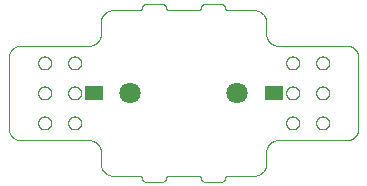
<source format=gtp>
G75*
%MOIN*%
%OFA0B0*%
%FSLAX25Y25*%
%IPPOS*%
%LPD*%
%AMOC8*
5,1,8,0,0,1.08239X$1,22.5*
%
%ADD10C,0.00000*%
%ADD11C,0.07087*%
%ADD12R,0.05906X0.04724*%
D10*
X0045791Y0032012D02*
X0045915Y0032010D01*
X0046038Y0032004D01*
X0046162Y0031995D01*
X0046284Y0031981D01*
X0046407Y0031964D01*
X0046529Y0031942D01*
X0046650Y0031917D01*
X0046770Y0031888D01*
X0046889Y0031856D01*
X0047008Y0031819D01*
X0047125Y0031779D01*
X0047240Y0031736D01*
X0047355Y0031688D01*
X0047467Y0031637D01*
X0047578Y0031583D01*
X0047688Y0031525D01*
X0047795Y0031464D01*
X0047901Y0031399D01*
X0048004Y0031331D01*
X0048105Y0031260D01*
X0048204Y0031186D01*
X0048301Y0031109D01*
X0048395Y0031028D01*
X0048486Y0030945D01*
X0048575Y0030859D01*
X0048661Y0030770D01*
X0048744Y0030679D01*
X0048825Y0030585D01*
X0048902Y0030488D01*
X0048976Y0030389D01*
X0049047Y0030288D01*
X0049115Y0030185D01*
X0049180Y0030079D01*
X0049241Y0029972D01*
X0049299Y0029862D01*
X0049353Y0029751D01*
X0049404Y0029639D01*
X0049452Y0029524D01*
X0049495Y0029409D01*
X0049535Y0029292D01*
X0049572Y0029173D01*
X0049604Y0029054D01*
X0049633Y0028934D01*
X0049658Y0028813D01*
X0049680Y0028691D01*
X0049697Y0028568D01*
X0049711Y0028446D01*
X0049720Y0028322D01*
X0049726Y0028199D01*
X0049728Y0028075D01*
X0049728Y0024138D01*
X0049730Y0024014D01*
X0049736Y0023891D01*
X0049745Y0023767D01*
X0049759Y0023645D01*
X0049776Y0023522D01*
X0049798Y0023400D01*
X0049823Y0023279D01*
X0049852Y0023159D01*
X0049884Y0023040D01*
X0049921Y0022921D01*
X0049961Y0022804D01*
X0050004Y0022689D01*
X0050052Y0022574D01*
X0050103Y0022462D01*
X0050157Y0022351D01*
X0050215Y0022241D01*
X0050276Y0022134D01*
X0050341Y0022028D01*
X0050409Y0021925D01*
X0050480Y0021824D01*
X0050554Y0021725D01*
X0050631Y0021628D01*
X0050712Y0021534D01*
X0050795Y0021443D01*
X0050881Y0021354D01*
X0050970Y0021268D01*
X0051061Y0021185D01*
X0051155Y0021104D01*
X0051252Y0021027D01*
X0051351Y0020953D01*
X0051452Y0020882D01*
X0051555Y0020814D01*
X0051661Y0020749D01*
X0051768Y0020688D01*
X0051878Y0020630D01*
X0051989Y0020576D01*
X0052101Y0020525D01*
X0052216Y0020477D01*
X0052331Y0020434D01*
X0052448Y0020394D01*
X0052567Y0020357D01*
X0052686Y0020325D01*
X0052806Y0020296D01*
X0052927Y0020271D01*
X0053049Y0020249D01*
X0053172Y0020232D01*
X0053294Y0020218D01*
X0053418Y0020209D01*
X0053541Y0020203D01*
X0053665Y0020201D01*
X0062524Y0020201D01*
X0062586Y0020199D01*
X0062647Y0020193D01*
X0062708Y0020184D01*
X0062769Y0020170D01*
X0062828Y0020153D01*
X0062886Y0020132D01*
X0062943Y0020107D01*
X0062998Y0020079D01*
X0063051Y0020048D01*
X0063102Y0020013D01*
X0063151Y0019975D01*
X0063198Y0019934D01*
X0063241Y0019891D01*
X0063282Y0019844D01*
X0063320Y0019795D01*
X0063355Y0019744D01*
X0063386Y0019691D01*
X0063414Y0019636D01*
X0063439Y0019579D01*
X0063460Y0019521D01*
X0063477Y0019462D01*
X0063491Y0019401D01*
X0063500Y0019340D01*
X0063506Y0019279D01*
X0063508Y0019217D01*
X0063510Y0019155D01*
X0063516Y0019094D01*
X0063525Y0019033D01*
X0063539Y0018972D01*
X0063556Y0018913D01*
X0063577Y0018855D01*
X0063602Y0018798D01*
X0063630Y0018743D01*
X0063661Y0018690D01*
X0063696Y0018639D01*
X0063734Y0018590D01*
X0063775Y0018543D01*
X0063818Y0018500D01*
X0063865Y0018459D01*
X0063914Y0018421D01*
X0063965Y0018386D01*
X0064018Y0018355D01*
X0064073Y0018327D01*
X0064130Y0018302D01*
X0064188Y0018281D01*
X0064247Y0018264D01*
X0064308Y0018250D01*
X0064369Y0018241D01*
X0064430Y0018235D01*
X0064492Y0018233D01*
X0064492Y0018232D02*
X0070398Y0018232D01*
X0070398Y0018233D02*
X0070460Y0018235D01*
X0070521Y0018241D01*
X0070582Y0018250D01*
X0070643Y0018264D01*
X0070702Y0018281D01*
X0070760Y0018302D01*
X0070817Y0018327D01*
X0070872Y0018355D01*
X0070925Y0018386D01*
X0070976Y0018421D01*
X0071025Y0018459D01*
X0071072Y0018500D01*
X0071115Y0018543D01*
X0071156Y0018590D01*
X0071194Y0018639D01*
X0071229Y0018690D01*
X0071260Y0018743D01*
X0071288Y0018798D01*
X0071313Y0018855D01*
X0071334Y0018913D01*
X0071351Y0018972D01*
X0071365Y0019033D01*
X0071374Y0019094D01*
X0071380Y0019155D01*
X0071382Y0019217D01*
X0071384Y0019279D01*
X0071390Y0019340D01*
X0071399Y0019401D01*
X0071413Y0019462D01*
X0071430Y0019521D01*
X0071451Y0019579D01*
X0071476Y0019636D01*
X0071504Y0019691D01*
X0071535Y0019744D01*
X0071570Y0019795D01*
X0071608Y0019844D01*
X0071649Y0019891D01*
X0071692Y0019934D01*
X0071739Y0019975D01*
X0071788Y0020013D01*
X0071839Y0020048D01*
X0071892Y0020079D01*
X0071947Y0020107D01*
X0072004Y0020132D01*
X0072062Y0020153D01*
X0072121Y0020170D01*
X0072182Y0020184D01*
X0072243Y0020193D01*
X0072304Y0020199D01*
X0072366Y0020201D01*
X0082209Y0020201D01*
X0082271Y0020199D01*
X0082332Y0020193D01*
X0082393Y0020184D01*
X0082454Y0020170D01*
X0082513Y0020153D01*
X0082571Y0020132D01*
X0082628Y0020107D01*
X0082683Y0020079D01*
X0082736Y0020048D01*
X0082787Y0020013D01*
X0082836Y0019975D01*
X0082883Y0019934D01*
X0082926Y0019891D01*
X0082967Y0019844D01*
X0083005Y0019795D01*
X0083040Y0019744D01*
X0083071Y0019691D01*
X0083099Y0019636D01*
X0083124Y0019579D01*
X0083145Y0019521D01*
X0083162Y0019462D01*
X0083176Y0019401D01*
X0083185Y0019340D01*
X0083191Y0019279D01*
X0083193Y0019217D01*
X0083195Y0019155D01*
X0083201Y0019094D01*
X0083210Y0019033D01*
X0083224Y0018972D01*
X0083241Y0018913D01*
X0083262Y0018855D01*
X0083287Y0018798D01*
X0083315Y0018743D01*
X0083346Y0018690D01*
X0083381Y0018639D01*
X0083419Y0018590D01*
X0083460Y0018543D01*
X0083503Y0018500D01*
X0083550Y0018459D01*
X0083599Y0018421D01*
X0083650Y0018386D01*
X0083703Y0018355D01*
X0083758Y0018327D01*
X0083815Y0018302D01*
X0083873Y0018281D01*
X0083932Y0018264D01*
X0083993Y0018250D01*
X0084054Y0018241D01*
X0084115Y0018235D01*
X0084177Y0018233D01*
X0084177Y0018232D02*
X0090083Y0018232D01*
X0090083Y0018233D02*
X0090145Y0018235D01*
X0090206Y0018241D01*
X0090267Y0018250D01*
X0090328Y0018264D01*
X0090387Y0018281D01*
X0090445Y0018302D01*
X0090502Y0018327D01*
X0090557Y0018355D01*
X0090610Y0018386D01*
X0090661Y0018421D01*
X0090710Y0018459D01*
X0090757Y0018500D01*
X0090800Y0018543D01*
X0090841Y0018590D01*
X0090879Y0018639D01*
X0090914Y0018690D01*
X0090945Y0018743D01*
X0090973Y0018798D01*
X0090998Y0018855D01*
X0091019Y0018913D01*
X0091036Y0018972D01*
X0091050Y0019033D01*
X0091059Y0019094D01*
X0091065Y0019155D01*
X0091067Y0019217D01*
X0091069Y0019279D01*
X0091075Y0019340D01*
X0091084Y0019401D01*
X0091098Y0019462D01*
X0091115Y0019521D01*
X0091136Y0019579D01*
X0091161Y0019636D01*
X0091189Y0019691D01*
X0091220Y0019744D01*
X0091255Y0019795D01*
X0091293Y0019844D01*
X0091334Y0019891D01*
X0091377Y0019934D01*
X0091424Y0019975D01*
X0091473Y0020013D01*
X0091524Y0020048D01*
X0091577Y0020079D01*
X0091632Y0020107D01*
X0091689Y0020132D01*
X0091747Y0020153D01*
X0091806Y0020170D01*
X0091867Y0020184D01*
X0091928Y0020193D01*
X0091989Y0020199D01*
X0092051Y0020201D01*
X0100909Y0020201D01*
X0101033Y0020203D01*
X0101156Y0020209D01*
X0101280Y0020218D01*
X0101402Y0020232D01*
X0101525Y0020249D01*
X0101647Y0020271D01*
X0101768Y0020296D01*
X0101888Y0020325D01*
X0102007Y0020357D01*
X0102126Y0020394D01*
X0102243Y0020434D01*
X0102358Y0020477D01*
X0102473Y0020525D01*
X0102585Y0020576D01*
X0102696Y0020630D01*
X0102806Y0020688D01*
X0102913Y0020749D01*
X0103019Y0020814D01*
X0103122Y0020882D01*
X0103223Y0020953D01*
X0103322Y0021027D01*
X0103419Y0021104D01*
X0103513Y0021185D01*
X0103604Y0021268D01*
X0103693Y0021354D01*
X0103779Y0021443D01*
X0103862Y0021534D01*
X0103943Y0021628D01*
X0104020Y0021725D01*
X0104094Y0021824D01*
X0104165Y0021925D01*
X0104233Y0022028D01*
X0104298Y0022134D01*
X0104359Y0022241D01*
X0104417Y0022351D01*
X0104471Y0022462D01*
X0104522Y0022574D01*
X0104570Y0022689D01*
X0104613Y0022804D01*
X0104653Y0022921D01*
X0104690Y0023040D01*
X0104722Y0023159D01*
X0104751Y0023279D01*
X0104776Y0023400D01*
X0104798Y0023522D01*
X0104815Y0023645D01*
X0104829Y0023767D01*
X0104838Y0023891D01*
X0104844Y0024014D01*
X0104846Y0024138D01*
X0104846Y0028075D01*
X0104848Y0028199D01*
X0104854Y0028322D01*
X0104863Y0028446D01*
X0104877Y0028568D01*
X0104894Y0028691D01*
X0104916Y0028813D01*
X0104941Y0028934D01*
X0104970Y0029054D01*
X0105002Y0029173D01*
X0105039Y0029292D01*
X0105079Y0029409D01*
X0105122Y0029524D01*
X0105170Y0029639D01*
X0105221Y0029751D01*
X0105275Y0029862D01*
X0105333Y0029972D01*
X0105394Y0030079D01*
X0105459Y0030185D01*
X0105527Y0030288D01*
X0105598Y0030389D01*
X0105672Y0030488D01*
X0105749Y0030585D01*
X0105830Y0030679D01*
X0105913Y0030770D01*
X0105999Y0030859D01*
X0106088Y0030945D01*
X0106179Y0031028D01*
X0106273Y0031109D01*
X0106370Y0031186D01*
X0106469Y0031260D01*
X0106570Y0031331D01*
X0106673Y0031399D01*
X0106779Y0031464D01*
X0106886Y0031525D01*
X0106996Y0031583D01*
X0107107Y0031637D01*
X0107219Y0031688D01*
X0107334Y0031736D01*
X0107449Y0031779D01*
X0107566Y0031819D01*
X0107685Y0031856D01*
X0107804Y0031888D01*
X0107924Y0031917D01*
X0108045Y0031942D01*
X0108167Y0031964D01*
X0108290Y0031981D01*
X0108412Y0031995D01*
X0108536Y0032004D01*
X0108659Y0032010D01*
X0108783Y0032012D01*
X0131618Y0032012D01*
X0131742Y0032014D01*
X0131865Y0032020D01*
X0131989Y0032029D01*
X0132111Y0032043D01*
X0132234Y0032060D01*
X0132356Y0032082D01*
X0132477Y0032107D01*
X0132597Y0032136D01*
X0132716Y0032168D01*
X0132835Y0032205D01*
X0132952Y0032245D01*
X0133067Y0032288D01*
X0133182Y0032336D01*
X0133294Y0032387D01*
X0133405Y0032441D01*
X0133515Y0032499D01*
X0133622Y0032560D01*
X0133728Y0032625D01*
X0133831Y0032693D01*
X0133932Y0032764D01*
X0134031Y0032838D01*
X0134128Y0032915D01*
X0134222Y0032996D01*
X0134313Y0033079D01*
X0134402Y0033165D01*
X0134488Y0033254D01*
X0134571Y0033345D01*
X0134652Y0033439D01*
X0134729Y0033536D01*
X0134803Y0033635D01*
X0134874Y0033736D01*
X0134942Y0033839D01*
X0135007Y0033945D01*
X0135068Y0034052D01*
X0135126Y0034162D01*
X0135180Y0034273D01*
X0135231Y0034385D01*
X0135279Y0034500D01*
X0135322Y0034615D01*
X0135362Y0034732D01*
X0135399Y0034851D01*
X0135431Y0034970D01*
X0135460Y0035090D01*
X0135485Y0035211D01*
X0135507Y0035333D01*
X0135524Y0035456D01*
X0135538Y0035578D01*
X0135547Y0035702D01*
X0135553Y0035825D01*
X0135555Y0035949D01*
X0135555Y0059571D01*
X0135553Y0059695D01*
X0135547Y0059818D01*
X0135538Y0059942D01*
X0135524Y0060064D01*
X0135507Y0060187D01*
X0135485Y0060309D01*
X0135460Y0060430D01*
X0135431Y0060550D01*
X0135399Y0060669D01*
X0135362Y0060788D01*
X0135322Y0060905D01*
X0135279Y0061020D01*
X0135231Y0061135D01*
X0135180Y0061247D01*
X0135126Y0061358D01*
X0135068Y0061468D01*
X0135007Y0061575D01*
X0134942Y0061681D01*
X0134874Y0061784D01*
X0134803Y0061885D01*
X0134729Y0061984D01*
X0134652Y0062081D01*
X0134571Y0062175D01*
X0134488Y0062266D01*
X0134402Y0062355D01*
X0134313Y0062441D01*
X0134222Y0062524D01*
X0134128Y0062605D01*
X0134031Y0062682D01*
X0133932Y0062756D01*
X0133831Y0062827D01*
X0133728Y0062895D01*
X0133622Y0062960D01*
X0133515Y0063021D01*
X0133405Y0063079D01*
X0133294Y0063133D01*
X0133182Y0063184D01*
X0133067Y0063232D01*
X0132952Y0063275D01*
X0132835Y0063315D01*
X0132716Y0063352D01*
X0132597Y0063384D01*
X0132477Y0063413D01*
X0132356Y0063438D01*
X0132234Y0063460D01*
X0132111Y0063477D01*
X0131989Y0063491D01*
X0131865Y0063500D01*
X0131742Y0063506D01*
X0131618Y0063508D01*
X0108783Y0063508D01*
X0108659Y0063510D01*
X0108536Y0063516D01*
X0108412Y0063525D01*
X0108290Y0063539D01*
X0108167Y0063556D01*
X0108045Y0063578D01*
X0107924Y0063603D01*
X0107804Y0063632D01*
X0107685Y0063664D01*
X0107566Y0063701D01*
X0107449Y0063741D01*
X0107334Y0063784D01*
X0107219Y0063832D01*
X0107107Y0063883D01*
X0106996Y0063937D01*
X0106886Y0063995D01*
X0106779Y0064056D01*
X0106673Y0064121D01*
X0106570Y0064189D01*
X0106469Y0064260D01*
X0106370Y0064334D01*
X0106273Y0064411D01*
X0106179Y0064492D01*
X0106088Y0064575D01*
X0105999Y0064661D01*
X0105913Y0064750D01*
X0105830Y0064841D01*
X0105749Y0064935D01*
X0105672Y0065032D01*
X0105598Y0065131D01*
X0105527Y0065232D01*
X0105459Y0065335D01*
X0105394Y0065441D01*
X0105333Y0065548D01*
X0105275Y0065658D01*
X0105221Y0065769D01*
X0105170Y0065881D01*
X0105122Y0065996D01*
X0105079Y0066111D01*
X0105039Y0066228D01*
X0105002Y0066347D01*
X0104970Y0066466D01*
X0104941Y0066586D01*
X0104916Y0066707D01*
X0104894Y0066829D01*
X0104877Y0066952D01*
X0104863Y0067074D01*
X0104854Y0067198D01*
X0104848Y0067321D01*
X0104846Y0067445D01*
X0104846Y0071382D01*
X0104844Y0071506D01*
X0104838Y0071629D01*
X0104829Y0071753D01*
X0104815Y0071875D01*
X0104798Y0071998D01*
X0104776Y0072120D01*
X0104751Y0072241D01*
X0104722Y0072361D01*
X0104690Y0072480D01*
X0104653Y0072599D01*
X0104613Y0072716D01*
X0104570Y0072831D01*
X0104522Y0072946D01*
X0104471Y0073058D01*
X0104417Y0073169D01*
X0104359Y0073279D01*
X0104298Y0073386D01*
X0104233Y0073492D01*
X0104165Y0073595D01*
X0104094Y0073696D01*
X0104020Y0073795D01*
X0103943Y0073892D01*
X0103862Y0073986D01*
X0103779Y0074077D01*
X0103693Y0074166D01*
X0103604Y0074252D01*
X0103513Y0074335D01*
X0103419Y0074416D01*
X0103322Y0074493D01*
X0103223Y0074567D01*
X0103122Y0074638D01*
X0103019Y0074706D01*
X0102913Y0074771D01*
X0102806Y0074832D01*
X0102696Y0074890D01*
X0102585Y0074944D01*
X0102473Y0074995D01*
X0102358Y0075043D01*
X0102243Y0075086D01*
X0102126Y0075126D01*
X0102007Y0075163D01*
X0101888Y0075195D01*
X0101768Y0075224D01*
X0101647Y0075249D01*
X0101525Y0075271D01*
X0101402Y0075288D01*
X0101280Y0075302D01*
X0101156Y0075311D01*
X0101033Y0075317D01*
X0100909Y0075319D01*
X0092051Y0075319D01*
X0091989Y0075321D01*
X0091928Y0075327D01*
X0091867Y0075336D01*
X0091806Y0075350D01*
X0091747Y0075367D01*
X0091689Y0075388D01*
X0091632Y0075413D01*
X0091577Y0075441D01*
X0091524Y0075472D01*
X0091473Y0075507D01*
X0091424Y0075545D01*
X0091377Y0075586D01*
X0091334Y0075629D01*
X0091293Y0075676D01*
X0091255Y0075725D01*
X0091220Y0075776D01*
X0091189Y0075829D01*
X0091161Y0075884D01*
X0091136Y0075941D01*
X0091115Y0075999D01*
X0091098Y0076058D01*
X0091084Y0076119D01*
X0091075Y0076180D01*
X0091069Y0076241D01*
X0091067Y0076303D01*
X0091065Y0076365D01*
X0091059Y0076426D01*
X0091050Y0076487D01*
X0091036Y0076548D01*
X0091019Y0076607D01*
X0090998Y0076665D01*
X0090973Y0076722D01*
X0090945Y0076777D01*
X0090914Y0076830D01*
X0090879Y0076881D01*
X0090841Y0076930D01*
X0090800Y0076977D01*
X0090757Y0077020D01*
X0090710Y0077061D01*
X0090661Y0077099D01*
X0090610Y0077134D01*
X0090557Y0077165D01*
X0090502Y0077193D01*
X0090445Y0077218D01*
X0090387Y0077239D01*
X0090328Y0077256D01*
X0090267Y0077270D01*
X0090206Y0077279D01*
X0090145Y0077285D01*
X0090083Y0077287D01*
X0084177Y0077287D01*
X0084115Y0077285D01*
X0084054Y0077279D01*
X0083993Y0077270D01*
X0083932Y0077256D01*
X0083873Y0077239D01*
X0083815Y0077218D01*
X0083758Y0077193D01*
X0083703Y0077165D01*
X0083650Y0077134D01*
X0083599Y0077099D01*
X0083550Y0077061D01*
X0083503Y0077020D01*
X0083460Y0076977D01*
X0083419Y0076930D01*
X0083381Y0076881D01*
X0083346Y0076830D01*
X0083315Y0076777D01*
X0083287Y0076722D01*
X0083262Y0076665D01*
X0083241Y0076607D01*
X0083224Y0076548D01*
X0083210Y0076487D01*
X0083201Y0076426D01*
X0083195Y0076365D01*
X0083193Y0076303D01*
X0083191Y0076241D01*
X0083185Y0076180D01*
X0083176Y0076119D01*
X0083162Y0076058D01*
X0083145Y0075999D01*
X0083124Y0075941D01*
X0083099Y0075884D01*
X0083071Y0075829D01*
X0083040Y0075776D01*
X0083005Y0075725D01*
X0082967Y0075676D01*
X0082926Y0075629D01*
X0082883Y0075586D01*
X0082836Y0075545D01*
X0082787Y0075507D01*
X0082736Y0075472D01*
X0082683Y0075441D01*
X0082628Y0075413D01*
X0082571Y0075388D01*
X0082513Y0075367D01*
X0082454Y0075350D01*
X0082393Y0075336D01*
X0082332Y0075327D01*
X0082271Y0075321D01*
X0082209Y0075319D01*
X0072366Y0075319D01*
X0072304Y0075321D01*
X0072243Y0075327D01*
X0072182Y0075336D01*
X0072121Y0075350D01*
X0072062Y0075367D01*
X0072004Y0075388D01*
X0071947Y0075413D01*
X0071892Y0075441D01*
X0071839Y0075472D01*
X0071788Y0075507D01*
X0071739Y0075545D01*
X0071692Y0075586D01*
X0071649Y0075629D01*
X0071608Y0075676D01*
X0071570Y0075725D01*
X0071535Y0075776D01*
X0071504Y0075829D01*
X0071476Y0075884D01*
X0071451Y0075941D01*
X0071430Y0075999D01*
X0071413Y0076058D01*
X0071399Y0076119D01*
X0071390Y0076180D01*
X0071384Y0076241D01*
X0071382Y0076303D01*
X0071380Y0076365D01*
X0071374Y0076426D01*
X0071365Y0076487D01*
X0071351Y0076548D01*
X0071334Y0076607D01*
X0071313Y0076665D01*
X0071288Y0076722D01*
X0071260Y0076777D01*
X0071229Y0076830D01*
X0071194Y0076881D01*
X0071156Y0076930D01*
X0071115Y0076977D01*
X0071072Y0077020D01*
X0071025Y0077061D01*
X0070976Y0077099D01*
X0070925Y0077134D01*
X0070872Y0077165D01*
X0070817Y0077193D01*
X0070760Y0077218D01*
X0070702Y0077239D01*
X0070643Y0077256D01*
X0070582Y0077270D01*
X0070521Y0077279D01*
X0070460Y0077285D01*
X0070398Y0077287D01*
X0064492Y0077287D01*
X0064430Y0077285D01*
X0064369Y0077279D01*
X0064308Y0077270D01*
X0064247Y0077256D01*
X0064188Y0077239D01*
X0064130Y0077218D01*
X0064073Y0077193D01*
X0064018Y0077165D01*
X0063965Y0077134D01*
X0063914Y0077099D01*
X0063865Y0077061D01*
X0063818Y0077020D01*
X0063775Y0076977D01*
X0063734Y0076930D01*
X0063696Y0076881D01*
X0063661Y0076830D01*
X0063630Y0076777D01*
X0063602Y0076722D01*
X0063577Y0076665D01*
X0063556Y0076607D01*
X0063539Y0076548D01*
X0063525Y0076487D01*
X0063516Y0076426D01*
X0063510Y0076365D01*
X0063508Y0076303D01*
X0063506Y0076241D01*
X0063500Y0076180D01*
X0063491Y0076119D01*
X0063477Y0076058D01*
X0063460Y0075999D01*
X0063439Y0075941D01*
X0063414Y0075884D01*
X0063386Y0075829D01*
X0063355Y0075776D01*
X0063320Y0075725D01*
X0063282Y0075676D01*
X0063241Y0075629D01*
X0063198Y0075586D01*
X0063151Y0075545D01*
X0063102Y0075507D01*
X0063051Y0075472D01*
X0062998Y0075441D01*
X0062943Y0075413D01*
X0062886Y0075388D01*
X0062828Y0075367D01*
X0062769Y0075350D01*
X0062708Y0075336D01*
X0062647Y0075327D01*
X0062586Y0075321D01*
X0062524Y0075319D01*
X0053665Y0075319D01*
X0053541Y0075317D01*
X0053418Y0075311D01*
X0053294Y0075302D01*
X0053172Y0075288D01*
X0053049Y0075271D01*
X0052927Y0075249D01*
X0052806Y0075224D01*
X0052686Y0075195D01*
X0052567Y0075163D01*
X0052448Y0075126D01*
X0052331Y0075086D01*
X0052216Y0075043D01*
X0052101Y0074995D01*
X0051989Y0074944D01*
X0051878Y0074890D01*
X0051768Y0074832D01*
X0051661Y0074771D01*
X0051555Y0074706D01*
X0051452Y0074638D01*
X0051351Y0074567D01*
X0051252Y0074493D01*
X0051155Y0074416D01*
X0051061Y0074335D01*
X0050970Y0074252D01*
X0050881Y0074166D01*
X0050795Y0074077D01*
X0050712Y0073986D01*
X0050631Y0073892D01*
X0050554Y0073795D01*
X0050480Y0073696D01*
X0050409Y0073595D01*
X0050341Y0073492D01*
X0050276Y0073386D01*
X0050215Y0073279D01*
X0050157Y0073169D01*
X0050103Y0073058D01*
X0050052Y0072946D01*
X0050004Y0072831D01*
X0049961Y0072716D01*
X0049921Y0072599D01*
X0049884Y0072480D01*
X0049852Y0072361D01*
X0049823Y0072241D01*
X0049798Y0072120D01*
X0049776Y0071998D01*
X0049759Y0071875D01*
X0049745Y0071753D01*
X0049736Y0071629D01*
X0049730Y0071506D01*
X0049728Y0071382D01*
X0049728Y0067445D01*
X0049726Y0067321D01*
X0049720Y0067198D01*
X0049711Y0067074D01*
X0049697Y0066952D01*
X0049680Y0066829D01*
X0049658Y0066707D01*
X0049633Y0066586D01*
X0049604Y0066466D01*
X0049572Y0066347D01*
X0049535Y0066228D01*
X0049495Y0066111D01*
X0049452Y0065996D01*
X0049404Y0065881D01*
X0049353Y0065769D01*
X0049299Y0065658D01*
X0049241Y0065548D01*
X0049180Y0065441D01*
X0049115Y0065335D01*
X0049047Y0065232D01*
X0048976Y0065131D01*
X0048902Y0065032D01*
X0048825Y0064935D01*
X0048744Y0064841D01*
X0048661Y0064750D01*
X0048575Y0064661D01*
X0048486Y0064575D01*
X0048395Y0064492D01*
X0048301Y0064411D01*
X0048204Y0064334D01*
X0048105Y0064260D01*
X0048004Y0064189D01*
X0047901Y0064121D01*
X0047795Y0064056D01*
X0047688Y0063995D01*
X0047578Y0063937D01*
X0047467Y0063883D01*
X0047355Y0063832D01*
X0047240Y0063784D01*
X0047125Y0063741D01*
X0047008Y0063701D01*
X0046889Y0063664D01*
X0046770Y0063632D01*
X0046650Y0063603D01*
X0046529Y0063578D01*
X0046407Y0063556D01*
X0046284Y0063539D01*
X0046162Y0063525D01*
X0046038Y0063516D01*
X0045915Y0063510D01*
X0045791Y0063508D01*
X0022957Y0063508D01*
X0022833Y0063506D01*
X0022710Y0063500D01*
X0022586Y0063491D01*
X0022464Y0063477D01*
X0022341Y0063460D01*
X0022219Y0063438D01*
X0022098Y0063413D01*
X0021978Y0063384D01*
X0021859Y0063352D01*
X0021740Y0063315D01*
X0021623Y0063275D01*
X0021508Y0063232D01*
X0021393Y0063184D01*
X0021281Y0063133D01*
X0021170Y0063079D01*
X0021060Y0063021D01*
X0020953Y0062960D01*
X0020847Y0062895D01*
X0020744Y0062827D01*
X0020643Y0062756D01*
X0020544Y0062682D01*
X0020447Y0062605D01*
X0020353Y0062524D01*
X0020262Y0062441D01*
X0020173Y0062355D01*
X0020087Y0062266D01*
X0020004Y0062175D01*
X0019923Y0062081D01*
X0019846Y0061984D01*
X0019772Y0061885D01*
X0019701Y0061784D01*
X0019633Y0061681D01*
X0019568Y0061575D01*
X0019507Y0061468D01*
X0019449Y0061358D01*
X0019395Y0061247D01*
X0019344Y0061135D01*
X0019296Y0061020D01*
X0019253Y0060905D01*
X0019213Y0060788D01*
X0019176Y0060669D01*
X0019144Y0060550D01*
X0019115Y0060430D01*
X0019090Y0060309D01*
X0019068Y0060187D01*
X0019051Y0060064D01*
X0019037Y0059942D01*
X0019028Y0059818D01*
X0019022Y0059695D01*
X0019020Y0059571D01*
X0019020Y0035949D01*
X0019022Y0035825D01*
X0019028Y0035702D01*
X0019037Y0035578D01*
X0019051Y0035456D01*
X0019068Y0035333D01*
X0019090Y0035211D01*
X0019115Y0035090D01*
X0019144Y0034970D01*
X0019176Y0034851D01*
X0019213Y0034732D01*
X0019253Y0034615D01*
X0019296Y0034500D01*
X0019344Y0034385D01*
X0019395Y0034273D01*
X0019449Y0034162D01*
X0019507Y0034052D01*
X0019568Y0033945D01*
X0019633Y0033839D01*
X0019701Y0033736D01*
X0019772Y0033635D01*
X0019846Y0033536D01*
X0019923Y0033439D01*
X0020004Y0033345D01*
X0020087Y0033254D01*
X0020173Y0033165D01*
X0020262Y0033079D01*
X0020353Y0032996D01*
X0020447Y0032915D01*
X0020544Y0032838D01*
X0020643Y0032764D01*
X0020744Y0032693D01*
X0020847Y0032625D01*
X0020953Y0032560D01*
X0021060Y0032499D01*
X0021170Y0032441D01*
X0021281Y0032387D01*
X0021393Y0032336D01*
X0021508Y0032288D01*
X0021623Y0032245D01*
X0021740Y0032205D01*
X0021859Y0032168D01*
X0021978Y0032136D01*
X0022098Y0032107D01*
X0022219Y0032082D01*
X0022341Y0032060D01*
X0022464Y0032043D01*
X0022586Y0032029D01*
X0022710Y0032020D01*
X0022833Y0032014D01*
X0022957Y0032012D01*
X0045791Y0032012D01*
X0038784Y0037760D02*
X0038786Y0037853D01*
X0038792Y0037945D01*
X0038802Y0038037D01*
X0038816Y0038128D01*
X0038833Y0038219D01*
X0038855Y0038309D01*
X0038880Y0038398D01*
X0038909Y0038486D01*
X0038942Y0038572D01*
X0038979Y0038657D01*
X0039019Y0038741D01*
X0039063Y0038822D01*
X0039110Y0038902D01*
X0039160Y0038980D01*
X0039214Y0039055D01*
X0039271Y0039128D01*
X0039331Y0039198D01*
X0039394Y0039266D01*
X0039460Y0039331D01*
X0039528Y0039393D01*
X0039599Y0039453D01*
X0039673Y0039509D01*
X0039749Y0039562D01*
X0039827Y0039611D01*
X0039907Y0039658D01*
X0039989Y0039700D01*
X0040073Y0039740D01*
X0040158Y0039775D01*
X0040245Y0039807D01*
X0040333Y0039836D01*
X0040422Y0039860D01*
X0040512Y0039881D01*
X0040603Y0039897D01*
X0040695Y0039910D01*
X0040787Y0039919D01*
X0040880Y0039924D01*
X0040972Y0039925D01*
X0041065Y0039922D01*
X0041157Y0039915D01*
X0041249Y0039904D01*
X0041340Y0039889D01*
X0041431Y0039871D01*
X0041521Y0039848D01*
X0041609Y0039822D01*
X0041697Y0039792D01*
X0041783Y0039758D01*
X0041867Y0039721D01*
X0041950Y0039679D01*
X0042031Y0039635D01*
X0042111Y0039587D01*
X0042188Y0039536D01*
X0042262Y0039481D01*
X0042335Y0039423D01*
X0042405Y0039363D01*
X0042472Y0039299D01*
X0042536Y0039233D01*
X0042598Y0039163D01*
X0042656Y0039092D01*
X0042711Y0039018D01*
X0042763Y0038941D01*
X0042812Y0038862D01*
X0042858Y0038782D01*
X0042900Y0038699D01*
X0042938Y0038615D01*
X0042973Y0038529D01*
X0043004Y0038442D01*
X0043031Y0038354D01*
X0043054Y0038264D01*
X0043074Y0038174D01*
X0043090Y0038083D01*
X0043102Y0037991D01*
X0043110Y0037899D01*
X0043114Y0037806D01*
X0043114Y0037714D01*
X0043110Y0037621D01*
X0043102Y0037529D01*
X0043090Y0037437D01*
X0043074Y0037346D01*
X0043054Y0037256D01*
X0043031Y0037166D01*
X0043004Y0037078D01*
X0042973Y0036991D01*
X0042938Y0036905D01*
X0042900Y0036821D01*
X0042858Y0036738D01*
X0042812Y0036658D01*
X0042763Y0036579D01*
X0042711Y0036502D01*
X0042656Y0036428D01*
X0042598Y0036357D01*
X0042536Y0036287D01*
X0042472Y0036221D01*
X0042405Y0036157D01*
X0042335Y0036097D01*
X0042262Y0036039D01*
X0042188Y0035984D01*
X0042111Y0035933D01*
X0042032Y0035885D01*
X0041950Y0035841D01*
X0041867Y0035799D01*
X0041783Y0035762D01*
X0041697Y0035728D01*
X0041609Y0035698D01*
X0041521Y0035672D01*
X0041431Y0035649D01*
X0041340Y0035631D01*
X0041249Y0035616D01*
X0041157Y0035605D01*
X0041065Y0035598D01*
X0040972Y0035595D01*
X0040880Y0035596D01*
X0040787Y0035601D01*
X0040695Y0035610D01*
X0040603Y0035623D01*
X0040512Y0035639D01*
X0040422Y0035660D01*
X0040333Y0035684D01*
X0040245Y0035713D01*
X0040158Y0035745D01*
X0040073Y0035780D01*
X0039989Y0035820D01*
X0039907Y0035862D01*
X0039827Y0035909D01*
X0039749Y0035958D01*
X0039673Y0036011D01*
X0039599Y0036067D01*
X0039528Y0036127D01*
X0039460Y0036189D01*
X0039394Y0036254D01*
X0039331Y0036322D01*
X0039271Y0036392D01*
X0039214Y0036465D01*
X0039160Y0036540D01*
X0039110Y0036618D01*
X0039063Y0036698D01*
X0039019Y0036779D01*
X0038979Y0036863D01*
X0038942Y0036948D01*
X0038909Y0037034D01*
X0038880Y0037122D01*
X0038855Y0037211D01*
X0038833Y0037301D01*
X0038816Y0037392D01*
X0038802Y0037483D01*
X0038792Y0037575D01*
X0038786Y0037667D01*
X0038784Y0037760D01*
X0028784Y0037760D02*
X0028786Y0037853D01*
X0028792Y0037945D01*
X0028802Y0038037D01*
X0028816Y0038128D01*
X0028833Y0038219D01*
X0028855Y0038309D01*
X0028880Y0038398D01*
X0028909Y0038486D01*
X0028942Y0038572D01*
X0028979Y0038657D01*
X0029019Y0038741D01*
X0029063Y0038822D01*
X0029110Y0038902D01*
X0029160Y0038980D01*
X0029214Y0039055D01*
X0029271Y0039128D01*
X0029331Y0039198D01*
X0029394Y0039266D01*
X0029460Y0039331D01*
X0029528Y0039393D01*
X0029599Y0039453D01*
X0029673Y0039509D01*
X0029749Y0039562D01*
X0029827Y0039611D01*
X0029907Y0039658D01*
X0029989Y0039700D01*
X0030073Y0039740D01*
X0030158Y0039775D01*
X0030245Y0039807D01*
X0030333Y0039836D01*
X0030422Y0039860D01*
X0030512Y0039881D01*
X0030603Y0039897D01*
X0030695Y0039910D01*
X0030787Y0039919D01*
X0030880Y0039924D01*
X0030972Y0039925D01*
X0031065Y0039922D01*
X0031157Y0039915D01*
X0031249Y0039904D01*
X0031340Y0039889D01*
X0031431Y0039871D01*
X0031521Y0039848D01*
X0031609Y0039822D01*
X0031697Y0039792D01*
X0031783Y0039758D01*
X0031867Y0039721D01*
X0031950Y0039679D01*
X0032031Y0039635D01*
X0032111Y0039587D01*
X0032188Y0039536D01*
X0032262Y0039481D01*
X0032335Y0039423D01*
X0032405Y0039363D01*
X0032472Y0039299D01*
X0032536Y0039233D01*
X0032598Y0039163D01*
X0032656Y0039092D01*
X0032711Y0039018D01*
X0032763Y0038941D01*
X0032812Y0038862D01*
X0032858Y0038782D01*
X0032900Y0038699D01*
X0032938Y0038615D01*
X0032973Y0038529D01*
X0033004Y0038442D01*
X0033031Y0038354D01*
X0033054Y0038264D01*
X0033074Y0038174D01*
X0033090Y0038083D01*
X0033102Y0037991D01*
X0033110Y0037899D01*
X0033114Y0037806D01*
X0033114Y0037714D01*
X0033110Y0037621D01*
X0033102Y0037529D01*
X0033090Y0037437D01*
X0033074Y0037346D01*
X0033054Y0037256D01*
X0033031Y0037166D01*
X0033004Y0037078D01*
X0032973Y0036991D01*
X0032938Y0036905D01*
X0032900Y0036821D01*
X0032858Y0036738D01*
X0032812Y0036658D01*
X0032763Y0036579D01*
X0032711Y0036502D01*
X0032656Y0036428D01*
X0032598Y0036357D01*
X0032536Y0036287D01*
X0032472Y0036221D01*
X0032405Y0036157D01*
X0032335Y0036097D01*
X0032262Y0036039D01*
X0032188Y0035984D01*
X0032111Y0035933D01*
X0032032Y0035885D01*
X0031950Y0035841D01*
X0031867Y0035799D01*
X0031783Y0035762D01*
X0031697Y0035728D01*
X0031609Y0035698D01*
X0031521Y0035672D01*
X0031431Y0035649D01*
X0031340Y0035631D01*
X0031249Y0035616D01*
X0031157Y0035605D01*
X0031065Y0035598D01*
X0030972Y0035595D01*
X0030880Y0035596D01*
X0030787Y0035601D01*
X0030695Y0035610D01*
X0030603Y0035623D01*
X0030512Y0035639D01*
X0030422Y0035660D01*
X0030333Y0035684D01*
X0030245Y0035713D01*
X0030158Y0035745D01*
X0030073Y0035780D01*
X0029989Y0035820D01*
X0029907Y0035862D01*
X0029827Y0035909D01*
X0029749Y0035958D01*
X0029673Y0036011D01*
X0029599Y0036067D01*
X0029528Y0036127D01*
X0029460Y0036189D01*
X0029394Y0036254D01*
X0029331Y0036322D01*
X0029271Y0036392D01*
X0029214Y0036465D01*
X0029160Y0036540D01*
X0029110Y0036618D01*
X0029063Y0036698D01*
X0029019Y0036779D01*
X0028979Y0036863D01*
X0028942Y0036948D01*
X0028909Y0037034D01*
X0028880Y0037122D01*
X0028855Y0037211D01*
X0028833Y0037301D01*
X0028816Y0037392D01*
X0028802Y0037483D01*
X0028792Y0037575D01*
X0028786Y0037667D01*
X0028784Y0037760D01*
X0028784Y0047760D02*
X0028786Y0047853D01*
X0028792Y0047945D01*
X0028802Y0048037D01*
X0028816Y0048128D01*
X0028833Y0048219D01*
X0028855Y0048309D01*
X0028880Y0048398D01*
X0028909Y0048486D01*
X0028942Y0048572D01*
X0028979Y0048657D01*
X0029019Y0048741D01*
X0029063Y0048822D01*
X0029110Y0048902D01*
X0029160Y0048980D01*
X0029214Y0049055D01*
X0029271Y0049128D01*
X0029331Y0049198D01*
X0029394Y0049266D01*
X0029460Y0049331D01*
X0029528Y0049393D01*
X0029599Y0049453D01*
X0029673Y0049509D01*
X0029749Y0049562D01*
X0029827Y0049611D01*
X0029907Y0049658D01*
X0029989Y0049700D01*
X0030073Y0049740D01*
X0030158Y0049775D01*
X0030245Y0049807D01*
X0030333Y0049836D01*
X0030422Y0049860D01*
X0030512Y0049881D01*
X0030603Y0049897D01*
X0030695Y0049910D01*
X0030787Y0049919D01*
X0030880Y0049924D01*
X0030972Y0049925D01*
X0031065Y0049922D01*
X0031157Y0049915D01*
X0031249Y0049904D01*
X0031340Y0049889D01*
X0031431Y0049871D01*
X0031521Y0049848D01*
X0031609Y0049822D01*
X0031697Y0049792D01*
X0031783Y0049758D01*
X0031867Y0049721D01*
X0031950Y0049679D01*
X0032031Y0049635D01*
X0032111Y0049587D01*
X0032188Y0049536D01*
X0032262Y0049481D01*
X0032335Y0049423D01*
X0032405Y0049363D01*
X0032472Y0049299D01*
X0032536Y0049233D01*
X0032598Y0049163D01*
X0032656Y0049092D01*
X0032711Y0049018D01*
X0032763Y0048941D01*
X0032812Y0048862D01*
X0032858Y0048782D01*
X0032900Y0048699D01*
X0032938Y0048615D01*
X0032973Y0048529D01*
X0033004Y0048442D01*
X0033031Y0048354D01*
X0033054Y0048264D01*
X0033074Y0048174D01*
X0033090Y0048083D01*
X0033102Y0047991D01*
X0033110Y0047899D01*
X0033114Y0047806D01*
X0033114Y0047714D01*
X0033110Y0047621D01*
X0033102Y0047529D01*
X0033090Y0047437D01*
X0033074Y0047346D01*
X0033054Y0047256D01*
X0033031Y0047166D01*
X0033004Y0047078D01*
X0032973Y0046991D01*
X0032938Y0046905D01*
X0032900Y0046821D01*
X0032858Y0046738D01*
X0032812Y0046658D01*
X0032763Y0046579D01*
X0032711Y0046502D01*
X0032656Y0046428D01*
X0032598Y0046357D01*
X0032536Y0046287D01*
X0032472Y0046221D01*
X0032405Y0046157D01*
X0032335Y0046097D01*
X0032262Y0046039D01*
X0032188Y0045984D01*
X0032111Y0045933D01*
X0032032Y0045885D01*
X0031950Y0045841D01*
X0031867Y0045799D01*
X0031783Y0045762D01*
X0031697Y0045728D01*
X0031609Y0045698D01*
X0031521Y0045672D01*
X0031431Y0045649D01*
X0031340Y0045631D01*
X0031249Y0045616D01*
X0031157Y0045605D01*
X0031065Y0045598D01*
X0030972Y0045595D01*
X0030880Y0045596D01*
X0030787Y0045601D01*
X0030695Y0045610D01*
X0030603Y0045623D01*
X0030512Y0045639D01*
X0030422Y0045660D01*
X0030333Y0045684D01*
X0030245Y0045713D01*
X0030158Y0045745D01*
X0030073Y0045780D01*
X0029989Y0045820D01*
X0029907Y0045862D01*
X0029827Y0045909D01*
X0029749Y0045958D01*
X0029673Y0046011D01*
X0029599Y0046067D01*
X0029528Y0046127D01*
X0029460Y0046189D01*
X0029394Y0046254D01*
X0029331Y0046322D01*
X0029271Y0046392D01*
X0029214Y0046465D01*
X0029160Y0046540D01*
X0029110Y0046618D01*
X0029063Y0046698D01*
X0029019Y0046779D01*
X0028979Y0046863D01*
X0028942Y0046948D01*
X0028909Y0047034D01*
X0028880Y0047122D01*
X0028855Y0047211D01*
X0028833Y0047301D01*
X0028816Y0047392D01*
X0028802Y0047483D01*
X0028792Y0047575D01*
X0028786Y0047667D01*
X0028784Y0047760D01*
X0038784Y0047760D02*
X0038786Y0047853D01*
X0038792Y0047945D01*
X0038802Y0048037D01*
X0038816Y0048128D01*
X0038833Y0048219D01*
X0038855Y0048309D01*
X0038880Y0048398D01*
X0038909Y0048486D01*
X0038942Y0048572D01*
X0038979Y0048657D01*
X0039019Y0048741D01*
X0039063Y0048822D01*
X0039110Y0048902D01*
X0039160Y0048980D01*
X0039214Y0049055D01*
X0039271Y0049128D01*
X0039331Y0049198D01*
X0039394Y0049266D01*
X0039460Y0049331D01*
X0039528Y0049393D01*
X0039599Y0049453D01*
X0039673Y0049509D01*
X0039749Y0049562D01*
X0039827Y0049611D01*
X0039907Y0049658D01*
X0039989Y0049700D01*
X0040073Y0049740D01*
X0040158Y0049775D01*
X0040245Y0049807D01*
X0040333Y0049836D01*
X0040422Y0049860D01*
X0040512Y0049881D01*
X0040603Y0049897D01*
X0040695Y0049910D01*
X0040787Y0049919D01*
X0040880Y0049924D01*
X0040972Y0049925D01*
X0041065Y0049922D01*
X0041157Y0049915D01*
X0041249Y0049904D01*
X0041340Y0049889D01*
X0041431Y0049871D01*
X0041521Y0049848D01*
X0041609Y0049822D01*
X0041697Y0049792D01*
X0041783Y0049758D01*
X0041867Y0049721D01*
X0041950Y0049679D01*
X0042031Y0049635D01*
X0042111Y0049587D01*
X0042188Y0049536D01*
X0042262Y0049481D01*
X0042335Y0049423D01*
X0042405Y0049363D01*
X0042472Y0049299D01*
X0042536Y0049233D01*
X0042598Y0049163D01*
X0042656Y0049092D01*
X0042711Y0049018D01*
X0042763Y0048941D01*
X0042812Y0048862D01*
X0042858Y0048782D01*
X0042900Y0048699D01*
X0042938Y0048615D01*
X0042973Y0048529D01*
X0043004Y0048442D01*
X0043031Y0048354D01*
X0043054Y0048264D01*
X0043074Y0048174D01*
X0043090Y0048083D01*
X0043102Y0047991D01*
X0043110Y0047899D01*
X0043114Y0047806D01*
X0043114Y0047714D01*
X0043110Y0047621D01*
X0043102Y0047529D01*
X0043090Y0047437D01*
X0043074Y0047346D01*
X0043054Y0047256D01*
X0043031Y0047166D01*
X0043004Y0047078D01*
X0042973Y0046991D01*
X0042938Y0046905D01*
X0042900Y0046821D01*
X0042858Y0046738D01*
X0042812Y0046658D01*
X0042763Y0046579D01*
X0042711Y0046502D01*
X0042656Y0046428D01*
X0042598Y0046357D01*
X0042536Y0046287D01*
X0042472Y0046221D01*
X0042405Y0046157D01*
X0042335Y0046097D01*
X0042262Y0046039D01*
X0042188Y0045984D01*
X0042111Y0045933D01*
X0042032Y0045885D01*
X0041950Y0045841D01*
X0041867Y0045799D01*
X0041783Y0045762D01*
X0041697Y0045728D01*
X0041609Y0045698D01*
X0041521Y0045672D01*
X0041431Y0045649D01*
X0041340Y0045631D01*
X0041249Y0045616D01*
X0041157Y0045605D01*
X0041065Y0045598D01*
X0040972Y0045595D01*
X0040880Y0045596D01*
X0040787Y0045601D01*
X0040695Y0045610D01*
X0040603Y0045623D01*
X0040512Y0045639D01*
X0040422Y0045660D01*
X0040333Y0045684D01*
X0040245Y0045713D01*
X0040158Y0045745D01*
X0040073Y0045780D01*
X0039989Y0045820D01*
X0039907Y0045862D01*
X0039827Y0045909D01*
X0039749Y0045958D01*
X0039673Y0046011D01*
X0039599Y0046067D01*
X0039528Y0046127D01*
X0039460Y0046189D01*
X0039394Y0046254D01*
X0039331Y0046322D01*
X0039271Y0046392D01*
X0039214Y0046465D01*
X0039160Y0046540D01*
X0039110Y0046618D01*
X0039063Y0046698D01*
X0039019Y0046779D01*
X0038979Y0046863D01*
X0038942Y0046948D01*
X0038909Y0047034D01*
X0038880Y0047122D01*
X0038855Y0047211D01*
X0038833Y0047301D01*
X0038816Y0047392D01*
X0038802Y0047483D01*
X0038792Y0047575D01*
X0038786Y0047667D01*
X0038784Y0047760D01*
X0038784Y0057760D02*
X0038786Y0057853D01*
X0038792Y0057945D01*
X0038802Y0058037D01*
X0038816Y0058128D01*
X0038833Y0058219D01*
X0038855Y0058309D01*
X0038880Y0058398D01*
X0038909Y0058486D01*
X0038942Y0058572D01*
X0038979Y0058657D01*
X0039019Y0058741D01*
X0039063Y0058822D01*
X0039110Y0058902D01*
X0039160Y0058980D01*
X0039214Y0059055D01*
X0039271Y0059128D01*
X0039331Y0059198D01*
X0039394Y0059266D01*
X0039460Y0059331D01*
X0039528Y0059393D01*
X0039599Y0059453D01*
X0039673Y0059509D01*
X0039749Y0059562D01*
X0039827Y0059611D01*
X0039907Y0059658D01*
X0039989Y0059700D01*
X0040073Y0059740D01*
X0040158Y0059775D01*
X0040245Y0059807D01*
X0040333Y0059836D01*
X0040422Y0059860D01*
X0040512Y0059881D01*
X0040603Y0059897D01*
X0040695Y0059910D01*
X0040787Y0059919D01*
X0040880Y0059924D01*
X0040972Y0059925D01*
X0041065Y0059922D01*
X0041157Y0059915D01*
X0041249Y0059904D01*
X0041340Y0059889D01*
X0041431Y0059871D01*
X0041521Y0059848D01*
X0041609Y0059822D01*
X0041697Y0059792D01*
X0041783Y0059758D01*
X0041867Y0059721D01*
X0041950Y0059679D01*
X0042031Y0059635D01*
X0042111Y0059587D01*
X0042188Y0059536D01*
X0042262Y0059481D01*
X0042335Y0059423D01*
X0042405Y0059363D01*
X0042472Y0059299D01*
X0042536Y0059233D01*
X0042598Y0059163D01*
X0042656Y0059092D01*
X0042711Y0059018D01*
X0042763Y0058941D01*
X0042812Y0058862D01*
X0042858Y0058782D01*
X0042900Y0058699D01*
X0042938Y0058615D01*
X0042973Y0058529D01*
X0043004Y0058442D01*
X0043031Y0058354D01*
X0043054Y0058264D01*
X0043074Y0058174D01*
X0043090Y0058083D01*
X0043102Y0057991D01*
X0043110Y0057899D01*
X0043114Y0057806D01*
X0043114Y0057714D01*
X0043110Y0057621D01*
X0043102Y0057529D01*
X0043090Y0057437D01*
X0043074Y0057346D01*
X0043054Y0057256D01*
X0043031Y0057166D01*
X0043004Y0057078D01*
X0042973Y0056991D01*
X0042938Y0056905D01*
X0042900Y0056821D01*
X0042858Y0056738D01*
X0042812Y0056658D01*
X0042763Y0056579D01*
X0042711Y0056502D01*
X0042656Y0056428D01*
X0042598Y0056357D01*
X0042536Y0056287D01*
X0042472Y0056221D01*
X0042405Y0056157D01*
X0042335Y0056097D01*
X0042262Y0056039D01*
X0042188Y0055984D01*
X0042111Y0055933D01*
X0042032Y0055885D01*
X0041950Y0055841D01*
X0041867Y0055799D01*
X0041783Y0055762D01*
X0041697Y0055728D01*
X0041609Y0055698D01*
X0041521Y0055672D01*
X0041431Y0055649D01*
X0041340Y0055631D01*
X0041249Y0055616D01*
X0041157Y0055605D01*
X0041065Y0055598D01*
X0040972Y0055595D01*
X0040880Y0055596D01*
X0040787Y0055601D01*
X0040695Y0055610D01*
X0040603Y0055623D01*
X0040512Y0055639D01*
X0040422Y0055660D01*
X0040333Y0055684D01*
X0040245Y0055713D01*
X0040158Y0055745D01*
X0040073Y0055780D01*
X0039989Y0055820D01*
X0039907Y0055862D01*
X0039827Y0055909D01*
X0039749Y0055958D01*
X0039673Y0056011D01*
X0039599Y0056067D01*
X0039528Y0056127D01*
X0039460Y0056189D01*
X0039394Y0056254D01*
X0039331Y0056322D01*
X0039271Y0056392D01*
X0039214Y0056465D01*
X0039160Y0056540D01*
X0039110Y0056618D01*
X0039063Y0056698D01*
X0039019Y0056779D01*
X0038979Y0056863D01*
X0038942Y0056948D01*
X0038909Y0057034D01*
X0038880Y0057122D01*
X0038855Y0057211D01*
X0038833Y0057301D01*
X0038816Y0057392D01*
X0038802Y0057483D01*
X0038792Y0057575D01*
X0038786Y0057667D01*
X0038784Y0057760D01*
X0028784Y0057760D02*
X0028786Y0057853D01*
X0028792Y0057945D01*
X0028802Y0058037D01*
X0028816Y0058128D01*
X0028833Y0058219D01*
X0028855Y0058309D01*
X0028880Y0058398D01*
X0028909Y0058486D01*
X0028942Y0058572D01*
X0028979Y0058657D01*
X0029019Y0058741D01*
X0029063Y0058822D01*
X0029110Y0058902D01*
X0029160Y0058980D01*
X0029214Y0059055D01*
X0029271Y0059128D01*
X0029331Y0059198D01*
X0029394Y0059266D01*
X0029460Y0059331D01*
X0029528Y0059393D01*
X0029599Y0059453D01*
X0029673Y0059509D01*
X0029749Y0059562D01*
X0029827Y0059611D01*
X0029907Y0059658D01*
X0029989Y0059700D01*
X0030073Y0059740D01*
X0030158Y0059775D01*
X0030245Y0059807D01*
X0030333Y0059836D01*
X0030422Y0059860D01*
X0030512Y0059881D01*
X0030603Y0059897D01*
X0030695Y0059910D01*
X0030787Y0059919D01*
X0030880Y0059924D01*
X0030972Y0059925D01*
X0031065Y0059922D01*
X0031157Y0059915D01*
X0031249Y0059904D01*
X0031340Y0059889D01*
X0031431Y0059871D01*
X0031521Y0059848D01*
X0031609Y0059822D01*
X0031697Y0059792D01*
X0031783Y0059758D01*
X0031867Y0059721D01*
X0031950Y0059679D01*
X0032031Y0059635D01*
X0032111Y0059587D01*
X0032188Y0059536D01*
X0032262Y0059481D01*
X0032335Y0059423D01*
X0032405Y0059363D01*
X0032472Y0059299D01*
X0032536Y0059233D01*
X0032598Y0059163D01*
X0032656Y0059092D01*
X0032711Y0059018D01*
X0032763Y0058941D01*
X0032812Y0058862D01*
X0032858Y0058782D01*
X0032900Y0058699D01*
X0032938Y0058615D01*
X0032973Y0058529D01*
X0033004Y0058442D01*
X0033031Y0058354D01*
X0033054Y0058264D01*
X0033074Y0058174D01*
X0033090Y0058083D01*
X0033102Y0057991D01*
X0033110Y0057899D01*
X0033114Y0057806D01*
X0033114Y0057714D01*
X0033110Y0057621D01*
X0033102Y0057529D01*
X0033090Y0057437D01*
X0033074Y0057346D01*
X0033054Y0057256D01*
X0033031Y0057166D01*
X0033004Y0057078D01*
X0032973Y0056991D01*
X0032938Y0056905D01*
X0032900Y0056821D01*
X0032858Y0056738D01*
X0032812Y0056658D01*
X0032763Y0056579D01*
X0032711Y0056502D01*
X0032656Y0056428D01*
X0032598Y0056357D01*
X0032536Y0056287D01*
X0032472Y0056221D01*
X0032405Y0056157D01*
X0032335Y0056097D01*
X0032262Y0056039D01*
X0032188Y0055984D01*
X0032111Y0055933D01*
X0032032Y0055885D01*
X0031950Y0055841D01*
X0031867Y0055799D01*
X0031783Y0055762D01*
X0031697Y0055728D01*
X0031609Y0055698D01*
X0031521Y0055672D01*
X0031431Y0055649D01*
X0031340Y0055631D01*
X0031249Y0055616D01*
X0031157Y0055605D01*
X0031065Y0055598D01*
X0030972Y0055595D01*
X0030880Y0055596D01*
X0030787Y0055601D01*
X0030695Y0055610D01*
X0030603Y0055623D01*
X0030512Y0055639D01*
X0030422Y0055660D01*
X0030333Y0055684D01*
X0030245Y0055713D01*
X0030158Y0055745D01*
X0030073Y0055780D01*
X0029989Y0055820D01*
X0029907Y0055862D01*
X0029827Y0055909D01*
X0029749Y0055958D01*
X0029673Y0056011D01*
X0029599Y0056067D01*
X0029528Y0056127D01*
X0029460Y0056189D01*
X0029394Y0056254D01*
X0029331Y0056322D01*
X0029271Y0056392D01*
X0029214Y0056465D01*
X0029160Y0056540D01*
X0029110Y0056618D01*
X0029063Y0056698D01*
X0029019Y0056779D01*
X0028979Y0056863D01*
X0028942Y0056948D01*
X0028909Y0057034D01*
X0028880Y0057122D01*
X0028855Y0057211D01*
X0028833Y0057301D01*
X0028816Y0057392D01*
X0028802Y0057483D01*
X0028792Y0057575D01*
X0028786Y0057667D01*
X0028784Y0057760D01*
X0111461Y0057760D02*
X0111463Y0057853D01*
X0111469Y0057945D01*
X0111479Y0058037D01*
X0111493Y0058128D01*
X0111510Y0058219D01*
X0111532Y0058309D01*
X0111557Y0058398D01*
X0111586Y0058486D01*
X0111619Y0058572D01*
X0111656Y0058657D01*
X0111696Y0058741D01*
X0111740Y0058822D01*
X0111787Y0058902D01*
X0111837Y0058980D01*
X0111891Y0059055D01*
X0111948Y0059128D01*
X0112008Y0059198D01*
X0112071Y0059266D01*
X0112137Y0059331D01*
X0112205Y0059393D01*
X0112276Y0059453D01*
X0112350Y0059509D01*
X0112426Y0059562D01*
X0112504Y0059611D01*
X0112584Y0059658D01*
X0112666Y0059700D01*
X0112750Y0059740D01*
X0112835Y0059775D01*
X0112922Y0059807D01*
X0113010Y0059836D01*
X0113099Y0059860D01*
X0113189Y0059881D01*
X0113280Y0059897D01*
X0113372Y0059910D01*
X0113464Y0059919D01*
X0113557Y0059924D01*
X0113649Y0059925D01*
X0113742Y0059922D01*
X0113834Y0059915D01*
X0113926Y0059904D01*
X0114017Y0059889D01*
X0114108Y0059871D01*
X0114198Y0059848D01*
X0114286Y0059822D01*
X0114374Y0059792D01*
X0114460Y0059758D01*
X0114544Y0059721D01*
X0114627Y0059679D01*
X0114708Y0059635D01*
X0114788Y0059587D01*
X0114865Y0059536D01*
X0114939Y0059481D01*
X0115012Y0059423D01*
X0115082Y0059363D01*
X0115149Y0059299D01*
X0115213Y0059233D01*
X0115275Y0059163D01*
X0115333Y0059092D01*
X0115388Y0059018D01*
X0115440Y0058941D01*
X0115489Y0058862D01*
X0115535Y0058782D01*
X0115577Y0058699D01*
X0115615Y0058615D01*
X0115650Y0058529D01*
X0115681Y0058442D01*
X0115708Y0058354D01*
X0115731Y0058264D01*
X0115751Y0058174D01*
X0115767Y0058083D01*
X0115779Y0057991D01*
X0115787Y0057899D01*
X0115791Y0057806D01*
X0115791Y0057714D01*
X0115787Y0057621D01*
X0115779Y0057529D01*
X0115767Y0057437D01*
X0115751Y0057346D01*
X0115731Y0057256D01*
X0115708Y0057166D01*
X0115681Y0057078D01*
X0115650Y0056991D01*
X0115615Y0056905D01*
X0115577Y0056821D01*
X0115535Y0056738D01*
X0115489Y0056658D01*
X0115440Y0056579D01*
X0115388Y0056502D01*
X0115333Y0056428D01*
X0115275Y0056357D01*
X0115213Y0056287D01*
X0115149Y0056221D01*
X0115082Y0056157D01*
X0115012Y0056097D01*
X0114939Y0056039D01*
X0114865Y0055984D01*
X0114788Y0055933D01*
X0114709Y0055885D01*
X0114627Y0055841D01*
X0114544Y0055799D01*
X0114460Y0055762D01*
X0114374Y0055728D01*
X0114286Y0055698D01*
X0114198Y0055672D01*
X0114108Y0055649D01*
X0114017Y0055631D01*
X0113926Y0055616D01*
X0113834Y0055605D01*
X0113742Y0055598D01*
X0113649Y0055595D01*
X0113557Y0055596D01*
X0113464Y0055601D01*
X0113372Y0055610D01*
X0113280Y0055623D01*
X0113189Y0055639D01*
X0113099Y0055660D01*
X0113010Y0055684D01*
X0112922Y0055713D01*
X0112835Y0055745D01*
X0112750Y0055780D01*
X0112666Y0055820D01*
X0112584Y0055862D01*
X0112504Y0055909D01*
X0112426Y0055958D01*
X0112350Y0056011D01*
X0112276Y0056067D01*
X0112205Y0056127D01*
X0112137Y0056189D01*
X0112071Y0056254D01*
X0112008Y0056322D01*
X0111948Y0056392D01*
X0111891Y0056465D01*
X0111837Y0056540D01*
X0111787Y0056618D01*
X0111740Y0056698D01*
X0111696Y0056779D01*
X0111656Y0056863D01*
X0111619Y0056948D01*
X0111586Y0057034D01*
X0111557Y0057122D01*
X0111532Y0057211D01*
X0111510Y0057301D01*
X0111493Y0057392D01*
X0111479Y0057483D01*
X0111469Y0057575D01*
X0111463Y0057667D01*
X0111461Y0057760D01*
X0121461Y0057760D02*
X0121463Y0057853D01*
X0121469Y0057945D01*
X0121479Y0058037D01*
X0121493Y0058128D01*
X0121510Y0058219D01*
X0121532Y0058309D01*
X0121557Y0058398D01*
X0121586Y0058486D01*
X0121619Y0058572D01*
X0121656Y0058657D01*
X0121696Y0058741D01*
X0121740Y0058822D01*
X0121787Y0058902D01*
X0121837Y0058980D01*
X0121891Y0059055D01*
X0121948Y0059128D01*
X0122008Y0059198D01*
X0122071Y0059266D01*
X0122137Y0059331D01*
X0122205Y0059393D01*
X0122276Y0059453D01*
X0122350Y0059509D01*
X0122426Y0059562D01*
X0122504Y0059611D01*
X0122584Y0059658D01*
X0122666Y0059700D01*
X0122750Y0059740D01*
X0122835Y0059775D01*
X0122922Y0059807D01*
X0123010Y0059836D01*
X0123099Y0059860D01*
X0123189Y0059881D01*
X0123280Y0059897D01*
X0123372Y0059910D01*
X0123464Y0059919D01*
X0123557Y0059924D01*
X0123649Y0059925D01*
X0123742Y0059922D01*
X0123834Y0059915D01*
X0123926Y0059904D01*
X0124017Y0059889D01*
X0124108Y0059871D01*
X0124198Y0059848D01*
X0124286Y0059822D01*
X0124374Y0059792D01*
X0124460Y0059758D01*
X0124544Y0059721D01*
X0124627Y0059679D01*
X0124708Y0059635D01*
X0124788Y0059587D01*
X0124865Y0059536D01*
X0124939Y0059481D01*
X0125012Y0059423D01*
X0125082Y0059363D01*
X0125149Y0059299D01*
X0125213Y0059233D01*
X0125275Y0059163D01*
X0125333Y0059092D01*
X0125388Y0059018D01*
X0125440Y0058941D01*
X0125489Y0058862D01*
X0125535Y0058782D01*
X0125577Y0058699D01*
X0125615Y0058615D01*
X0125650Y0058529D01*
X0125681Y0058442D01*
X0125708Y0058354D01*
X0125731Y0058264D01*
X0125751Y0058174D01*
X0125767Y0058083D01*
X0125779Y0057991D01*
X0125787Y0057899D01*
X0125791Y0057806D01*
X0125791Y0057714D01*
X0125787Y0057621D01*
X0125779Y0057529D01*
X0125767Y0057437D01*
X0125751Y0057346D01*
X0125731Y0057256D01*
X0125708Y0057166D01*
X0125681Y0057078D01*
X0125650Y0056991D01*
X0125615Y0056905D01*
X0125577Y0056821D01*
X0125535Y0056738D01*
X0125489Y0056658D01*
X0125440Y0056579D01*
X0125388Y0056502D01*
X0125333Y0056428D01*
X0125275Y0056357D01*
X0125213Y0056287D01*
X0125149Y0056221D01*
X0125082Y0056157D01*
X0125012Y0056097D01*
X0124939Y0056039D01*
X0124865Y0055984D01*
X0124788Y0055933D01*
X0124709Y0055885D01*
X0124627Y0055841D01*
X0124544Y0055799D01*
X0124460Y0055762D01*
X0124374Y0055728D01*
X0124286Y0055698D01*
X0124198Y0055672D01*
X0124108Y0055649D01*
X0124017Y0055631D01*
X0123926Y0055616D01*
X0123834Y0055605D01*
X0123742Y0055598D01*
X0123649Y0055595D01*
X0123557Y0055596D01*
X0123464Y0055601D01*
X0123372Y0055610D01*
X0123280Y0055623D01*
X0123189Y0055639D01*
X0123099Y0055660D01*
X0123010Y0055684D01*
X0122922Y0055713D01*
X0122835Y0055745D01*
X0122750Y0055780D01*
X0122666Y0055820D01*
X0122584Y0055862D01*
X0122504Y0055909D01*
X0122426Y0055958D01*
X0122350Y0056011D01*
X0122276Y0056067D01*
X0122205Y0056127D01*
X0122137Y0056189D01*
X0122071Y0056254D01*
X0122008Y0056322D01*
X0121948Y0056392D01*
X0121891Y0056465D01*
X0121837Y0056540D01*
X0121787Y0056618D01*
X0121740Y0056698D01*
X0121696Y0056779D01*
X0121656Y0056863D01*
X0121619Y0056948D01*
X0121586Y0057034D01*
X0121557Y0057122D01*
X0121532Y0057211D01*
X0121510Y0057301D01*
X0121493Y0057392D01*
X0121479Y0057483D01*
X0121469Y0057575D01*
X0121463Y0057667D01*
X0121461Y0057760D01*
X0121461Y0047760D02*
X0121463Y0047853D01*
X0121469Y0047945D01*
X0121479Y0048037D01*
X0121493Y0048128D01*
X0121510Y0048219D01*
X0121532Y0048309D01*
X0121557Y0048398D01*
X0121586Y0048486D01*
X0121619Y0048572D01*
X0121656Y0048657D01*
X0121696Y0048741D01*
X0121740Y0048822D01*
X0121787Y0048902D01*
X0121837Y0048980D01*
X0121891Y0049055D01*
X0121948Y0049128D01*
X0122008Y0049198D01*
X0122071Y0049266D01*
X0122137Y0049331D01*
X0122205Y0049393D01*
X0122276Y0049453D01*
X0122350Y0049509D01*
X0122426Y0049562D01*
X0122504Y0049611D01*
X0122584Y0049658D01*
X0122666Y0049700D01*
X0122750Y0049740D01*
X0122835Y0049775D01*
X0122922Y0049807D01*
X0123010Y0049836D01*
X0123099Y0049860D01*
X0123189Y0049881D01*
X0123280Y0049897D01*
X0123372Y0049910D01*
X0123464Y0049919D01*
X0123557Y0049924D01*
X0123649Y0049925D01*
X0123742Y0049922D01*
X0123834Y0049915D01*
X0123926Y0049904D01*
X0124017Y0049889D01*
X0124108Y0049871D01*
X0124198Y0049848D01*
X0124286Y0049822D01*
X0124374Y0049792D01*
X0124460Y0049758D01*
X0124544Y0049721D01*
X0124627Y0049679D01*
X0124708Y0049635D01*
X0124788Y0049587D01*
X0124865Y0049536D01*
X0124939Y0049481D01*
X0125012Y0049423D01*
X0125082Y0049363D01*
X0125149Y0049299D01*
X0125213Y0049233D01*
X0125275Y0049163D01*
X0125333Y0049092D01*
X0125388Y0049018D01*
X0125440Y0048941D01*
X0125489Y0048862D01*
X0125535Y0048782D01*
X0125577Y0048699D01*
X0125615Y0048615D01*
X0125650Y0048529D01*
X0125681Y0048442D01*
X0125708Y0048354D01*
X0125731Y0048264D01*
X0125751Y0048174D01*
X0125767Y0048083D01*
X0125779Y0047991D01*
X0125787Y0047899D01*
X0125791Y0047806D01*
X0125791Y0047714D01*
X0125787Y0047621D01*
X0125779Y0047529D01*
X0125767Y0047437D01*
X0125751Y0047346D01*
X0125731Y0047256D01*
X0125708Y0047166D01*
X0125681Y0047078D01*
X0125650Y0046991D01*
X0125615Y0046905D01*
X0125577Y0046821D01*
X0125535Y0046738D01*
X0125489Y0046658D01*
X0125440Y0046579D01*
X0125388Y0046502D01*
X0125333Y0046428D01*
X0125275Y0046357D01*
X0125213Y0046287D01*
X0125149Y0046221D01*
X0125082Y0046157D01*
X0125012Y0046097D01*
X0124939Y0046039D01*
X0124865Y0045984D01*
X0124788Y0045933D01*
X0124709Y0045885D01*
X0124627Y0045841D01*
X0124544Y0045799D01*
X0124460Y0045762D01*
X0124374Y0045728D01*
X0124286Y0045698D01*
X0124198Y0045672D01*
X0124108Y0045649D01*
X0124017Y0045631D01*
X0123926Y0045616D01*
X0123834Y0045605D01*
X0123742Y0045598D01*
X0123649Y0045595D01*
X0123557Y0045596D01*
X0123464Y0045601D01*
X0123372Y0045610D01*
X0123280Y0045623D01*
X0123189Y0045639D01*
X0123099Y0045660D01*
X0123010Y0045684D01*
X0122922Y0045713D01*
X0122835Y0045745D01*
X0122750Y0045780D01*
X0122666Y0045820D01*
X0122584Y0045862D01*
X0122504Y0045909D01*
X0122426Y0045958D01*
X0122350Y0046011D01*
X0122276Y0046067D01*
X0122205Y0046127D01*
X0122137Y0046189D01*
X0122071Y0046254D01*
X0122008Y0046322D01*
X0121948Y0046392D01*
X0121891Y0046465D01*
X0121837Y0046540D01*
X0121787Y0046618D01*
X0121740Y0046698D01*
X0121696Y0046779D01*
X0121656Y0046863D01*
X0121619Y0046948D01*
X0121586Y0047034D01*
X0121557Y0047122D01*
X0121532Y0047211D01*
X0121510Y0047301D01*
X0121493Y0047392D01*
X0121479Y0047483D01*
X0121469Y0047575D01*
X0121463Y0047667D01*
X0121461Y0047760D01*
X0111461Y0047760D02*
X0111463Y0047853D01*
X0111469Y0047945D01*
X0111479Y0048037D01*
X0111493Y0048128D01*
X0111510Y0048219D01*
X0111532Y0048309D01*
X0111557Y0048398D01*
X0111586Y0048486D01*
X0111619Y0048572D01*
X0111656Y0048657D01*
X0111696Y0048741D01*
X0111740Y0048822D01*
X0111787Y0048902D01*
X0111837Y0048980D01*
X0111891Y0049055D01*
X0111948Y0049128D01*
X0112008Y0049198D01*
X0112071Y0049266D01*
X0112137Y0049331D01*
X0112205Y0049393D01*
X0112276Y0049453D01*
X0112350Y0049509D01*
X0112426Y0049562D01*
X0112504Y0049611D01*
X0112584Y0049658D01*
X0112666Y0049700D01*
X0112750Y0049740D01*
X0112835Y0049775D01*
X0112922Y0049807D01*
X0113010Y0049836D01*
X0113099Y0049860D01*
X0113189Y0049881D01*
X0113280Y0049897D01*
X0113372Y0049910D01*
X0113464Y0049919D01*
X0113557Y0049924D01*
X0113649Y0049925D01*
X0113742Y0049922D01*
X0113834Y0049915D01*
X0113926Y0049904D01*
X0114017Y0049889D01*
X0114108Y0049871D01*
X0114198Y0049848D01*
X0114286Y0049822D01*
X0114374Y0049792D01*
X0114460Y0049758D01*
X0114544Y0049721D01*
X0114627Y0049679D01*
X0114708Y0049635D01*
X0114788Y0049587D01*
X0114865Y0049536D01*
X0114939Y0049481D01*
X0115012Y0049423D01*
X0115082Y0049363D01*
X0115149Y0049299D01*
X0115213Y0049233D01*
X0115275Y0049163D01*
X0115333Y0049092D01*
X0115388Y0049018D01*
X0115440Y0048941D01*
X0115489Y0048862D01*
X0115535Y0048782D01*
X0115577Y0048699D01*
X0115615Y0048615D01*
X0115650Y0048529D01*
X0115681Y0048442D01*
X0115708Y0048354D01*
X0115731Y0048264D01*
X0115751Y0048174D01*
X0115767Y0048083D01*
X0115779Y0047991D01*
X0115787Y0047899D01*
X0115791Y0047806D01*
X0115791Y0047714D01*
X0115787Y0047621D01*
X0115779Y0047529D01*
X0115767Y0047437D01*
X0115751Y0047346D01*
X0115731Y0047256D01*
X0115708Y0047166D01*
X0115681Y0047078D01*
X0115650Y0046991D01*
X0115615Y0046905D01*
X0115577Y0046821D01*
X0115535Y0046738D01*
X0115489Y0046658D01*
X0115440Y0046579D01*
X0115388Y0046502D01*
X0115333Y0046428D01*
X0115275Y0046357D01*
X0115213Y0046287D01*
X0115149Y0046221D01*
X0115082Y0046157D01*
X0115012Y0046097D01*
X0114939Y0046039D01*
X0114865Y0045984D01*
X0114788Y0045933D01*
X0114709Y0045885D01*
X0114627Y0045841D01*
X0114544Y0045799D01*
X0114460Y0045762D01*
X0114374Y0045728D01*
X0114286Y0045698D01*
X0114198Y0045672D01*
X0114108Y0045649D01*
X0114017Y0045631D01*
X0113926Y0045616D01*
X0113834Y0045605D01*
X0113742Y0045598D01*
X0113649Y0045595D01*
X0113557Y0045596D01*
X0113464Y0045601D01*
X0113372Y0045610D01*
X0113280Y0045623D01*
X0113189Y0045639D01*
X0113099Y0045660D01*
X0113010Y0045684D01*
X0112922Y0045713D01*
X0112835Y0045745D01*
X0112750Y0045780D01*
X0112666Y0045820D01*
X0112584Y0045862D01*
X0112504Y0045909D01*
X0112426Y0045958D01*
X0112350Y0046011D01*
X0112276Y0046067D01*
X0112205Y0046127D01*
X0112137Y0046189D01*
X0112071Y0046254D01*
X0112008Y0046322D01*
X0111948Y0046392D01*
X0111891Y0046465D01*
X0111837Y0046540D01*
X0111787Y0046618D01*
X0111740Y0046698D01*
X0111696Y0046779D01*
X0111656Y0046863D01*
X0111619Y0046948D01*
X0111586Y0047034D01*
X0111557Y0047122D01*
X0111532Y0047211D01*
X0111510Y0047301D01*
X0111493Y0047392D01*
X0111479Y0047483D01*
X0111469Y0047575D01*
X0111463Y0047667D01*
X0111461Y0047760D01*
X0111461Y0037760D02*
X0111463Y0037853D01*
X0111469Y0037945D01*
X0111479Y0038037D01*
X0111493Y0038128D01*
X0111510Y0038219D01*
X0111532Y0038309D01*
X0111557Y0038398D01*
X0111586Y0038486D01*
X0111619Y0038572D01*
X0111656Y0038657D01*
X0111696Y0038741D01*
X0111740Y0038822D01*
X0111787Y0038902D01*
X0111837Y0038980D01*
X0111891Y0039055D01*
X0111948Y0039128D01*
X0112008Y0039198D01*
X0112071Y0039266D01*
X0112137Y0039331D01*
X0112205Y0039393D01*
X0112276Y0039453D01*
X0112350Y0039509D01*
X0112426Y0039562D01*
X0112504Y0039611D01*
X0112584Y0039658D01*
X0112666Y0039700D01*
X0112750Y0039740D01*
X0112835Y0039775D01*
X0112922Y0039807D01*
X0113010Y0039836D01*
X0113099Y0039860D01*
X0113189Y0039881D01*
X0113280Y0039897D01*
X0113372Y0039910D01*
X0113464Y0039919D01*
X0113557Y0039924D01*
X0113649Y0039925D01*
X0113742Y0039922D01*
X0113834Y0039915D01*
X0113926Y0039904D01*
X0114017Y0039889D01*
X0114108Y0039871D01*
X0114198Y0039848D01*
X0114286Y0039822D01*
X0114374Y0039792D01*
X0114460Y0039758D01*
X0114544Y0039721D01*
X0114627Y0039679D01*
X0114708Y0039635D01*
X0114788Y0039587D01*
X0114865Y0039536D01*
X0114939Y0039481D01*
X0115012Y0039423D01*
X0115082Y0039363D01*
X0115149Y0039299D01*
X0115213Y0039233D01*
X0115275Y0039163D01*
X0115333Y0039092D01*
X0115388Y0039018D01*
X0115440Y0038941D01*
X0115489Y0038862D01*
X0115535Y0038782D01*
X0115577Y0038699D01*
X0115615Y0038615D01*
X0115650Y0038529D01*
X0115681Y0038442D01*
X0115708Y0038354D01*
X0115731Y0038264D01*
X0115751Y0038174D01*
X0115767Y0038083D01*
X0115779Y0037991D01*
X0115787Y0037899D01*
X0115791Y0037806D01*
X0115791Y0037714D01*
X0115787Y0037621D01*
X0115779Y0037529D01*
X0115767Y0037437D01*
X0115751Y0037346D01*
X0115731Y0037256D01*
X0115708Y0037166D01*
X0115681Y0037078D01*
X0115650Y0036991D01*
X0115615Y0036905D01*
X0115577Y0036821D01*
X0115535Y0036738D01*
X0115489Y0036658D01*
X0115440Y0036579D01*
X0115388Y0036502D01*
X0115333Y0036428D01*
X0115275Y0036357D01*
X0115213Y0036287D01*
X0115149Y0036221D01*
X0115082Y0036157D01*
X0115012Y0036097D01*
X0114939Y0036039D01*
X0114865Y0035984D01*
X0114788Y0035933D01*
X0114709Y0035885D01*
X0114627Y0035841D01*
X0114544Y0035799D01*
X0114460Y0035762D01*
X0114374Y0035728D01*
X0114286Y0035698D01*
X0114198Y0035672D01*
X0114108Y0035649D01*
X0114017Y0035631D01*
X0113926Y0035616D01*
X0113834Y0035605D01*
X0113742Y0035598D01*
X0113649Y0035595D01*
X0113557Y0035596D01*
X0113464Y0035601D01*
X0113372Y0035610D01*
X0113280Y0035623D01*
X0113189Y0035639D01*
X0113099Y0035660D01*
X0113010Y0035684D01*
X0112922Y0035713D01*
X0112835Y0035745D01*
X0112750Y0035780D01*
X0112666Y0035820D01*
X0112584Y0035862D01*
X0112504Y0035909D01*
X0112426Y0035958D01*
X0112350Y0036011D01*
X0112276Y0036067D01*
X0112205Y0036127D01*
X0112137Y0036189D01*
X0112071Y0036254D01*
X0112008Y0036322D01*
X0111948Y0036392D01*
X0111891Y0036465D01*
X0111837Y0036540D01*
X0111787Y0036618D01*
X0111740Y0036698D01*
X0111696Y0036779D01*
X0111656Y0036863D01*
X0111619Y0036948D01*
X0111586Y0037034D01*
X0111557Y0037122D01*
X0111532Y0037211D01*
X0111510Y0037301D01*
X0111493Y0037392D01*
X0111479Y0037483D01*
X0111469Y0037575D01*
X0111463Y0037667D01*
X0111461Y0037760D01*
X0121461Y0037760D02*
X0121463Y0037853D01*
X0121469Y0037945D01*
X0121479Y0038037D01*
X0121493Y0038128D01*
X0121510Y0038219D01*
X0121532Y0038309D01*
X0121557Y0038398D01*
X0121586Y0038486D01*
X0121619Y0038572D01*
X0121656Y0038657D01*
X0121696Y0038741D01*
X0121740Y0038822D01*
X0121787Y0038902D01*
X0121837Y0038980D01*
X0121891Y0039055D01*
X0121948Y0039128D01*
X0122008Y0039198D01*
X0122071Y0039266D01*
X0122137Y0039331D01*
X0122205Y0039393D01*
X0122276Y0039453D01*
X0122350Y0039509D01*
X0122426Y0039562D01*
X0122504Y0039611D01*
X0122584Y0039658D01*
X0122666Y0039700D01*
X0122750Y0039740D01*
X0122835Y0039775D01*
X0122922Y0039807D01*
X0123010Y0039836D01*
X0123099Y0039860D01*
X0123189Y0039881D01*
X0123280Y0039897D01*
X0123372Y0039910D01*
X0123464Y0039919D01*
X0123557Y0039924D01*
X0123649Y0039925D01*
X0123742Y0039922D01*
X0123834Y0039915D01*
X0123926Y0039904D01*
X0124017Y0039889D01*
X0124108Y0039871D01*
X0124198Y0039848D01*
X0124286Y0039822D01*
X0124374Y0039792D01*
X0124460Y0039758D01*
X0124544Y0039721D01*
X0124627Y0039679D01*
X0124708Y0039635D01*
X0124788Y0039587D01*
X0124865Y0039536D01*
X0124939Y0039481D01*
X0125012Y0039423D01*
X0125082Y0039363D01*
X0125149Y0039299D01*
X0125213Y0039233D01*
X0125275Y0039163D01*
X0125333Y0039092D01*
X0125388Y0039018D01*
X0125440Y0038941D01*
X0125489Y0038862D01*
X0125535Y0038782D01*
X0125577Y0038699D01*
X0125615Y0038615D01*
X0125650Y0038529D01*
X0125681Y0038442D01*
X0125708Y0038354D01*
X0125731Y0038264D01*
X0125751Y0038174D01*
X0125767Y0038083D01*
X0125779Y0037991D01*
X0125787Y0037899D01*
X0125791Y0037806D01*
X0125791Y0037714D01*
X0125787Y0037621D01*
X0125779Y0037529D01*
X0125767Y0037437D01*
X0125751Y0037346D01*
X0125731Y0037256D01*
X0125708Y0037166D01*
X0125681Y0037078D01*
X0125650Y0036991D01*
X0125615Y0036905D01*
X0125577Y0036821D01*
X0125535Y0036738D01*
X0125489Y0036658D01*
X0125440Y0036579D01*
X0125388Y0036502D01*
X0125333Y0036428D01*
X0125275Y0036357D01*
X0125213Y0036287D01*
X0125149Y0036221D01*
X0125082Y0036157D01*
X0125012Y0036097D01*
X0124939Y0036039D01*
X0124865Y0035984D01*
X0124788Y0035933D01*
X0124709Y0035885D01*
X0124627Y0035841D01*
X0124544Y0035799D01*
X0124460Y0035762D01*
X0124374Y0035728D01*
X0124286Y0035698D01*
X0124198Y0035672D01*
X0124108Y0035649D01*
X0124017Y0035631D01*
X0123926Y0035616D01*
X0123834Y0035605D01*
X0123742Y0035598D01*
X0123649Y0035595D01*
X0123557Y0035596D01*
X0123464Y0035601D01*
X0123372Y0035610D01*
X0123280Y0035623D01*
X0123189Y0035639D01*
X0123099Y0035660D01*
X0123010Y0035684D01*
X0122922Y0035713D01*
X0122835Y0035745D01*
X0122750Y0035780D01*
X0122666Y0035820D01*
X0122584Y0035862D01*
X0122504Y0035909D01*
X0122426Y0035958D01*
X0122350Y0036011D01*
X0122276Y0036067D01*
X0122205Y0036127D01*
X0122137Y0036189D01*
X0122071Y0036254D01*
X0122008Y0036322D01*
X0121948Y0036392D01*
X0121891Y0036465D01*
X0121837Y0036540D01*
X0121787Y0036618D01*
X0121740Y0036698D01*
X0121696Y0036779D01*
X0121656Y0036863D01*
X0121619Y0036948D01*
X0121586Y0037034D01*
X0121557Y0037122D01*
X0121532Y0037211D01*
X0121510Y0037301D01*
X0121493Y0037392D01*
X0121479Y0037483D01*
X0121469Y0037575D01*
X0121463Y0037667D01*
X0121461Y0037760D01*
D11*
X0095004Y0047760D03*
X0059571Y0047760D03*
D12*
X0047287Y0047760D03*
X0107287Y0047760D03*
M02*

</source>
